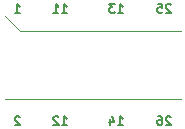
<source format=gbr>
%TF.GenerationSoftware,KiCad,Pcbnew,8.0.2-1*%
%TF.CreationDate,2024-06-17T18:27:34-04:00*%
%TF.ProjectId,Dummy Board,44756d6d-7920-4426-9f61-72642e6b6963,rev?*%
%TF.SameCoordinates,Original*%
%TF.FileFunction,Legend,Bot*%
%TF.FilePolarity,Positive*%
%FSLAX46Y46*%
G04 Gerber Fmt 4.6, Leading zero omitted, Abs format (unit mm)*
G04 Created by KiCad (PCBNEW 8.0.2-1) date 2024-06-17 18:27:34*
%MOMM*%
%LPD*%
G01*
G04 APERTURE LIST*
%ADD10C,0.150000*%
%ADD11C,0.120000*%
G04 APERTURE END LIST*
D10*
X144596428Y-77810592D02*
X144560714Y-77774878D01*
X144560714Y-77774878D02*
X144489286Y-77739164D01*
X144489286Y-77739164D02*
X144310714Y-77739164D01*
X144310714Y-77739164D02*
X144239286Y-77774878D01*
X144239286Y-77774878D02*
X144203571Y-77810592D01*
X144203571Y-77810592D02*
X144167857Y-77882021D01*
X144167857Y-77882021D02*
X144167857Y-77953450D01*
X144167857Y-77953450D02*
X144203571Y-78060592D01*
X144203571Y-78060592D02*
X144632143Y-78489164D01*
X144632143Y-78489164D02*
X144167857Y-78489164D01*
X143489285Y-77739164D02*
X143846428Y-77739164D01*
X143846428Y-77739164D02*
X143882142Y-78096307D01*
X143882142Y-78096307D02*
X143846428Y-78060592D01*
X143846428Y-78060592D02*
X143775000Y-78024878D01*
X143775000Y-78024878D02*
X143596428Y-78024878D01*
X143596428Y-78024878D02*
X143525000Y-78060592D01*
X143525000Y-78060592D02*
X143489285Y-78096307D01*
X143489285Y-78096307D02*
X143453571Y-78167735D01*
X143453571Y-78167735D02*
X143453571Y-78346307D01*
X143453571Y-78346307D02*
X143489285Y-78417735D01*
X143489285Y-78417735D02*
X143525000Y-78453450D01*
X143525000Y-78453450D02*
X143596428Y-78489164D01*
X143596428Y-78489164D02*
X143775000Y-78489164D01*
X143775000Y-78489164D02*
X143846428Y-78453450D01*
X143846428Y-78453450D02*
X143882142Y-78417735D01*
X135367857Y-78489164D02*
X135796428Y-78489164D01*
X135582143Y-78489164D02*
X135582143Y-77739164D01*
X135582143Y-77739164D02*
X135653571Y-77846307D01*
X135653571Y-77846307D02*
X135725000Y-77917735D01*
X135725000Y-77917735D02*
X135796428Y-77953450D01*
X134653571Y-78489164D02*
X135082142Y-78489164D01*
X134867857Y-78489164D02*
X134867857Y-77739164D01*
X134867857Y-77739164D02*
X134939285Y-77846307D01*
X134939285Y-77846307D02*
X135010714Y-77917735D01*
X135010714Y-77917735D02*
X135082142Y-77953450D01*
X131385714Y-78489164D02*
X131814285Y-78489164D01*
X131600000Y-78489164D02*
X131600000Y-77739164D01*
X131600000Y-77739164D02*
X131671428Y-77846307D01*
X131671428Y-77846307D02*
X131742857Y-77917735D01*
X131742857Y-77917735D02*
X131814285Y-77953450D01*
X140117857Y-78489164D02*
X140546428Y-78489164D01*
X140332143Y-78489164D02*
X140332143Y-77739164D01*
X140332143Y-77739164D02*
X140403571Y-77846307D01*
X140403571Y-77846307D02*
X140475000Y-77917735D01*
X140475000Y-77917735D02*
X140546428Y-77953450D01*
X139867857Y-77739164D02*
X139403571Y-77739164D01*
X139403571Y-77739164D02*
X139653571Y-78024878D01*
X139653571Y-78024878D02*
X139546428Y-78024878D01*
X139546428Y-78024878D02*
X139475000Y-78060592D01*
X139475000Y-78060592D02*
X139439285Y-78096307D01*
X139439285Y-78096307D02*
X139403571Y-78167735D01*
X139403571Y-78167735D02*
X139403571Y-78346307D01*
X139403571Y-78346307D02*
X139439285Y-78417735D01*
X139439285Y-78417735D02*
X139475000Y-78453450D01*
X139475000Y-78453450D02*
X139546428Y-78489164D01*
X139546428Y-78489164D02*
X139760714Y-78489164D01*
X139760714Y-78489164D02*
X139832142Y-78453450D01*
X139832142Y-78453450D02*
X139867857Y-78417735D01*
X144596428Y-87310592D02*
X144560714Y-87274878D01*
X144560714Y-87274878D02*
X144489286Y-87239164D01*
X144489286Y-87239164D02*
X144310714Y-87239164D01*
X144310714Y-87239164D02*
X144239286Y-87274878D01*
X144239286Y-87274878D02*
X144203571Y-87310592D01*
X144203571Y-87310592D02*
X144167857Y-87382021D01*
X144167857Y-87382021D02*
X144167857Y-87453450D01*
X144167857Y-87453450D02*
X144203571Y-87560592D01*
X144203571Y-87560592D02*
X144632143Y-87989164D01*
X144632143Y-87989164D02*
X144167857Y-87989164D01*
X143525000Y-87239164D02*
X143667857Y-87239164D01*
X143667857Y-87239164D02*
X143739285Y-87274878D01*
X143739285Y-87274878D02*
X143775000Y-87310592D01*
X143775000Y-87310592D02*
X143846428Y-87417735D01*
X143846428Y-87417735D02*
X143882142Y-87560592D01*
X143882142Y-87560592D02*
X143882142Y-87846307D01*
X143882142Y-87846307D02*
X143846428Y-87917735D01*
X143846428Y-87917735D02*
X143810714Y-87953450D01*
X143810714Y-87953450D02*
X143739285Y-87989164D01*
X143739285Y-87989164D02*
X143596428Y-87989164D01*
X143596428Y-87989164D02*
X143525000Y-87953450D01*
X143525000Y-87953450D02*
X143489285Y-87917735D01*
X143489285Y-87917735D02*
X143453571Y-87846307D01*
X143453571Y-87846307D02*
X143453571Y-87667735D01*
X143453571Y-87667735D02*
X143489285Y-87596307D01*
X143489285Y-87596307D02*
X143525000Y-87560592D01*
X143525000Y-87560592D02*
X143596428Y-87524878D01*
X143596428Y-87524878D02*
X143739285Y-87524878D01*
X143739285Y-87524878D02*
X143810714Y-87560592D01*
X143810714Y-87560592D02*
X143846428Y-87596307D01*
X143846428Y-87596307D02*
X143882142Y-87667735D01*
X135367857Y-87989164D02*
X135796428Y-87989164D01*
X135582143Y-87989164D02*
X135582143Y-87239164D01*
X135582143Y-87239164D02*
X135653571Y-87346307D01*
X135653571Y-87346307D02*
X135725000Y-87417735D01*
X135725000Y-87417735D02*
X135796428Y-87453450D01*
X135082142Y-87310592D02*
X135046428Y-87274878D01*
X135046428Y-87274878D02*
X134975000Y-87239164D01*
X134975000Y-87239164D02*
X134796428Y-87239164D01*
X134796428Y-87239164D02*
X134725000Y-87274878D01*
X134725000Y-87274878D02*
X134689285Y-87310592D01*
X134689285Y-87310592D02*
X134653571Y-87382021D01*
X134653571Y-87382021D02*
X134653571Y-87453450D01*
X134653571Y-87453450D02*
X134689285Y-87560592D01*
X134689285Y-87560592D02*
X135117857Y-87989164D01*
X135117857Y-87989164D02*
X134653571Y-87989164D01*
X131814285Y-87310592D02*
X131778571Y-87274878D01*
X131778571Y-87274878D02*
X131707143Y-87239164D01*
X131707143Y-87239164D02*
X131528571Y-87239164D01*
X131528571Y-87239164D02*
X131457143Y-87274878D01*
X131457143Y-87274878D02*
X131421428Y-87310592D01*
X131421428Y-87310592D02*
X131385714Y-87382021D01*
X131385714Y-87382021D02*
X131385714Y-87453450D01*
X131385714Y-87453450D02*
X131421428Y-87560592D01*
X131421428Y-87560592D02*
X131850000Y-87989164D01*
X131850000Y-87989164D02*
X131385714Y-87989164D01*
X140117857Y-87989164D02*
X140546428Y-87989164D01*
X140332143Y-87989164D02*
X140332143Y-87239164D01*
X140332143Y-87239164D02*
X140403571Y-87346307D01*
X140403571Y-87346307D02*
X140475000Y-87417735D01*
X140475000Y-87417735D02*
X140546428Y-87453450D01*
X139475000Y-87489164D02*
X139475000Y-87989164D01*
X139653571Y-87203450D02*
X139832142Y-87739164D01*
X139832142Y-87739164D02*
X139367857Y-87739164D01*
D11*
%TO.C,REF\u002A\u002A*%
X131845000Y-80000000D02*
X130575000Y-78730000D01*
X145425000Y-80000000D02*
X131845000Y-80000000D01*
X130575000Y-85800000D02*
X130575000Y-85800000D01*
X130575000Y-85800000D02*
X145425000Y-85800000D01*
%TD*%
M02*

</source>
